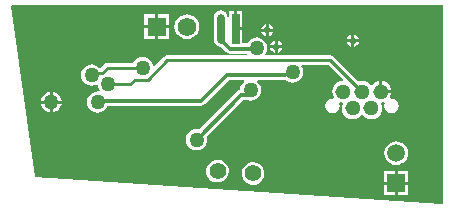
<source format=gtl>
G04*
G04 #@! TF.GenerationSoftware,Altium Limited,Altium Designer,19.1.5 (86)*
G04*
G04 Layer_Physical_Order=1*
G04 Layer_Color=255*
%FSAX24Y24*%
%MOIN*%
G70*
G01*
G75*
%ADD12C,0.0100*%
%ADD24R,0.0250X0.1000*%
%ADD25O,0.0250X0.1000*%
%ADD26C,0.0140*%
%ADD27C,0.0551*%
%ADD28R,0.0620X0.0620*%
%ADD29C,0.0620*%
%ADD30C,0.0591*%
%ADD31R,0.0591X0.0591*%
%ADD32O,0.0512X0.0512*%
%ADD33C,0.0216*%
%ADD34C,0.0500*%
G36*
X017300Y002237D02*
X017263Y002202D01*
X003700Y003100D01*
X002905Y008812D01*
X002938Y008850D01*
X017300D01*
Y002237D01*
D02*
G37*
%LPC*%
G36*
X008181Y008523D02*
X007821D01*
Y008163D01*
X008181D01*
Y008523D01*
D02*
G37*
G36*
X007721D02*
X007361D01*
Y008163D01*
X007721D01*
Y008523D01*
D02*
G37*
G36*
X010625Y008650D02*
X010450D01*
Y008100D01*
X010625D01*
Y008650D01*
D02*
G37*
G36*
X011500Y008202D02*
Y008050D01*
X011652D01*
X011646Y008081D01*
X011600Y008150D01*
X011531Y008196D01*
X011500Y008202D01*
D02*
G37*
G36*
X011400D02*
X011369Y008196D01*
X011300Y008150D01*
X011254Y008081D01*
X011248Y008050D01*
X011400D01*
Y008202D01*
D02*
G37*
G36*
X011652Y007950D02*
X011500D01*
Y007798D01*
X011531Y007804D01*
X011600Y007850D01*
X011646Y007919D01*
X011652Y007950D01*
D02*
G37*
G36*
X011400D02*
X011248D01*
X011254Y007919D01*
X011300Y007850D01*
X011369Y007804D01*
X011400Y007798D01*
Y007950D01*
D02*
G37*
G36*
X008181Y008063D02*
X007821D01*
Y007703D01*
X008181D01*
Y008063D01*
D02*
G37*
G36*
X007721D02*
X007361D01*
Y007703D01*
X007721D01*
Y008063D01*
D02*
G37*
G36*
X014350Y007852D02*
Y007700D01*
X014502D01*
X014496Y007731D01*
X014450Y007800D01*
X014381Y007846D01*
X014350Y007852D01*
D02*
G37*
G36*
X014250D02*
X014219Y007846D01*
X014150Y007800D01*
X014104Y007731D01*
X014098Y007700D01*
X014250D01*
Y007852D01*
D02*
G37*
G36*
X008771Y008526D02*
X008664Y008512D01*
X008564Y008471D01*
X008479Y008405D01*
X008413Y008319D01*
X008372Y008220D01*
X008358Y008113D01*
X008372Y008006D01*
X008413Y007906D01*
X008479Y007820D01*
X008564Y007754D01*
X008664Y007713D01*
X008771Y007699D01*
X008878Y007713D01*
X008978Y007754D01*
X009064Y007820D01*
X009129Y007906D01*
X009171Y008006D01*
X009185Y008113D01*
X009171Y008220D01*
X009129Y008319D01*
X009064Y008405D01*
X008978Y008471D01*
X008878Y008512D01*
X008771Y008526D01*
D02*
G37*
G36*
X011800Y007652D02*
Y007500D01*
X011952D01*
X011946Y007531D01*
X011900Y007600D01*
X011831Y007646D01*
X011800Y007652D01*
D02*
G37*
G36*
X011700D02*
X011669Y007646D01*
X011600Y007600D01*
X011554Y007531D01*
X011548Y007500D01*
X011700D01*
Y007652D01*
D02*
G37*
G36*
X014502Y007600D02*
X014350D01*
Y007448D01*
X014381Y007454D01*
X014450Y007500D01*
X014496Y007569D01*
X014502Y007600D01*
D02*
G37*
G36*
X014250D02*
X014098D01*
X014104Y007569D01*
X014150Y007500D01*
X014219Y007454D01*
X014250Y007448D01*
Y007600D01*
D02*
G37*
G36*
X011952Y007400D02*
X011800D01*
Y007248D01*
X011831Y007254D01*
X011900Y007300D01*
X011946Y007369D01*
X011952Y007400D01*
D02*
G37*
G36*
X011700D02*
X011548D01*
X011554Y007369D01*
X011600Y007300D01*
X011669Y007254D01*
X011700Y007248D01*
Y007400D01*
D02*
G37*
G36*
X009900Y008654D02*
X009812Y008637D01*
X009738Y008587D01*
X009688Y008513D01*
X009671Y008425D01*
Y007675D01*
X009688Y007587D01*
X009738Y007513D01*
X009812Y007463D01*
X009892Y007447D01*
X010082Y007257D01*
X010138Y007220D01*
X010205Y007207D01*
X010205Y007207D01*
X010763D01*
X010765Y007203D01*
X010737Y007153D01*
X008116D01*
X008057Y007141D01*
X008008Y007108D01*
X007693Y006793D01*
X007645Y006809D01*
X007641Y006841D01*
X007606Y006927D01*
X007550Y007000D01*
X007477Y007056D01*
X007391Y007091D01*
X007300Y007103D01*
X007209Y007091D01*
X007123Y007056D01*
X007050Y007000D01*
X006994Y006927D01*
X006985Y006903D01*
X006134D01*
X006076Y006891D01*
X006026Y006858D01*
X005910Y006742D01*
X005854Y006744D01*
X005850Y006750D01*
X005777Y006806D01*
X005691Y006841D01*
X005600Y006853D01*
X005509Y006841D01*
X005423Y006806D01*
X005350Y006750D01*
X005294Y006677D01*
X005259Y006591D01*
X005247Y006500D01*
X005259Y006409D01*
X005294Y006323D01*
X005350Y006250D01*
X005423Y006194D01*
X005509Y006159D01*
X005600Y006147D01*
X005691Y006159D01*
X005749Y006183D01*
X005802Y006156D01*
X005803Y006154D01*
X005809Y006109D01*
X005844Y006023D01*
X005866Y005995D01*
X005839Y005948D01*
X005800Y005953D01*
X005709Y005941D01*
X005623Y005906D01*
X005550Y005850D01*
X005494Y005777D01*
X005459Y005691D01*
X005447Y005600D01*
X005459Y005509D01*
X005494Y005423D01*
X005550Y005350D01*
X005623Y005294D01*
X005709Y005259D01*
X005800Y005247D01*
X005891Y005259D01*
X005977Y005294D01*
X006050Y005350D01*
X006106Y005423D01*
X006128Y005477D01*
X009250D01*
X009316Y005490D01*
X009373Y005527D01*
X010172Y006327D01*
X010669D01*
X010686Y006277D01*
X010650Y006250D01*
X010594Y006177D01*
X010559Y006091D01*
X010547Y006000D01*
X010547Y005998D01*
X010515Y005991D01*
X010459Y005954D01*
X009195Y004690D01*
X009191Y004691D01*
X009100Y004703D01*
X009009Y004691D01*
X008923Y004656D01*
X008850Y004600D01*
X008794Y004527D01*
X008759Y004441D01*
X008747Y004350D01*
X008759Y004259D01*
X008794Y004173D01*
X008850Y004100D01*
X008923Y004044D01*
X009009Y004009D01*
X009100Y003997D01*
X009191Y004009D01*
X009277Y004044D01*
X009350Y004100D01*
X009406Y004173D01*
X009441Y004259D01*
X009453Y004350D01*
X009441Y004441D01*
X009440Y004445D01*
X010653Y005658D01*
X010818D01*
X010900Y005647D01*
X010991Y005659D01*
X011077Y005694D01*
X011150Y005750D01*
X011206Y005823D01*
X011241Y005909D01*
X011253Y006000D01*
X011241Y006091D01*
X011206Y006177D01*
X011150Y006250D01*
X011114Y006277D01*
X011131Y006327D01*
X012038D01*
X012072Y006334D01*
X012123Y006294D01*
X012209Y006259D01*
X012300Y006247D01*
X012391Y006259D01*
X012477Y006294D01*
X012550Y006350D01*
X012606Y006423D01*
X012641Y006509D01*
X012653Y006600D01*
X012641Y006691D01*
X012606Y006777D01*
X012586Y006802D01*
X012608Y006847D01*
X013495D01*
X013990Y006352D01*
X013967Y006304D01*
X013888Y006294D01*
X013802Y006258D01*
X013727Y006201D01*
X013670Y006127D01*
X013634Y006040D01*
X013622Y005947D01*
X013634Y005854D01*
X013670Y005768D01*
X013678Y005758D01*
X013649Y005713D01*
X013627Y005717D01*
X013534Y005699D01*
X013455Y005646D01*
X013403Y005568D01*
X013384Y005475D01*
X013403Y005382D01*
X013455Y005303D01*
X013534Y005251D01*
X013627Y005232D01*
X013720Y005251D01*
X013798Y005303D01*
X013851Y005382D01*
X013869Y005475D01*
X013852Y005561D01*
X013870Y005586D01*
X013889Y005600D01*
X013939Y005594D01*
X013970Y005539D01*
X013949Y005489D01*
X013937Y005396D01*
X013949Y005303D01*
X013985Y005217D01*
X014042Y005142D01*
X014117Y005085D01*
X014203Y005049D01*
X014296Y005037D01*
X014389Y005049D01*
X014476Y005085D01*
X014550Y005142D01*
X014580Y005181D01*
X014643D01*
X014672Y005142D01*
X014747Y005085D01*
X014833Y005049D01*
X014926Y005037D01*
X015019Y005049D01*
X015105Y005085D01*
X015180Y005142D01*
X015237Y005217D01*
X015273Y005303D01*
X015285Y005396D01*
X015273Y005489D01*
X015252Y005539D01*
X015283Y005594D01*
X015333Y005600D01*
X015352Y005586D01*
X015370Y005561D01*
X015353Y005475D01*
X015371Y005382D01*
X015424Y005303D01*
X015502Y005251D01*
X015595Y005232D01*
X015688Y005251D01*
X015767Y005303D01*
X015819Y005382D01*
X015838Y005475D01*
X015819Y005568D01*
X015767Y005646D01*
X015688Y005699D01*
X015595Y005717D01*
X015573Y005713D01*
X015544Y005758D01*
X015552Y005768D01*
X015588Y005854D01*
X015593Y005897D01*
X015241D01*
Y005947D01*
X015191D01*
Y006300D01*
X015148Y006294D01*
X015061Y006258D01*
X014987Y006201D01*
X014957Y006162D01*
X014894D01*
X014865Y006201D01*
X014791Y006258D01*
X014704Y006294D01*
X014611Y006306D01*
X014518Y006294D01*
X014492Y006283D01*
X013666Y007108D01*
X013617Y007141D01*
X013558Y007153D01*
X011408D01*
X011386Y007198D01*
X011406Y007223D01*
X011441Y007309D01*
X011453Y007400D01*
X011441Y007491D01*
X011406Y007577D01*
X011350Y007650D01*
X011277Y007706D01*
X011191Y007741D01*
X011100Y007753D01*
X011009Y007741D01*
X010923Y007706D01*
X010850Y007650D01*
X010794Y007577D01*
X010785Y007553D01*
X010625D01*
Y008000D01*
X010400D01*
Y008050D01*
X010350D01*
Y008650D01*
X010175D01*
Y008452D01*
X010125Y008447D01*
X010112Y008513D01*
X010062Y008587D01*
X009988Y008637D01*
X009900Y008654D01*
D02*
G37*
G36*
X015291Y006300D02*
Y005997D01*
X015593D01*
X015588Y006040D01*
X015552Y006127D01*
X015495Y006201D01*
X015420Y006258D01*
X015334Y006294D01*
X015291Y006300D01*
D02*
G37*
G36*
X004300Y005946D02*
Y005650D01*
X004596D01*
X004591Y005691D01*
X004556Y005777D01*
X004500Y005850D01*
X004427Y005906D01*
X004341Y005941D01*
X004300Y005946D01*
D02*
G37*
G36*
X004200D02*
X004159Y005941D01*
X004073Y005906D01*
X004000Y005850D01*
X003944Y005777D01*
X003909Y005691D01*
X003904Y005650D01*
X004200D01*
Y005946D01*
D02*
G37*
G36*
X004596Y005550D02*
X004300D01*
Y005254D01*
X004341Y005259D01*
X004427Y005294D01*
X004500Y005350D01*
X004556Y005423D01*
X004591Y005509D01*
X004596Y005550D01*
D02*
G37*
G36*
X004200D02*
X003904D01*
X003909Y005509D01*
X003944Y005423D01*
X004000Y005350D01*
X004073Y005294D01*
X004159Y005259D01*
X004200Y005254D01*
Y005550D01*
D02*
G37*
G36*
X015750Y004299D02*
X015647Y004285D01*
X015551Y004245D01*
X015468Y004182D01*
X015405Y004099D01*
X015365Y004003D01*
X015351Y003900D01*
X015365Y003797D01*
X015405Y003701D01*
X015468Y003618D01*
X015551Y003555D01*
X015647Y003515D01*
X015750Y003501D01*
X015853Y003515D01*
X015949Y003555D01*
X016032Y003618D01*
X016095Y003701D01*
X016135Y003797D01*
X016149Y003900D01*
X016135Y004003D01*
X016095Y004099D01*
X016032Y004182D01*
X015949Y004245D01*
X015853Y004285D01*
X015750Y004299D01*
D02*
G37*
G36*
X016145Y003295D02*
X015800D01*
Y002950D01*
X016145D01*
Y003295D01*
D02*
G37*
G36*
X015700D02*
X015355D01*
Y002950D01*
X015700D01*
Y003295D01*
D02*
G37*
G36*
X009825Y003678D02*
X009726Y003672D01*
X009632Y003640D01*
X009550Y003585D01*
X009485Y003510D01*
X009441Y003422D01*
X009422Y003325D01*
X009428Y003226D01*
X009460Y003132D01*
X009515Y003050D01*
X009590Y002985D01*
X009678Y002941D01*
X009775Y002922D01*
X009874Y002928D01*
X009968Y002960D01*
X010050Y003015D01*
X010115Y003090D01*
X010159Y003178D01*
X010178Y003275D01*
X010172Y003374D01*
X010140Y003468D01*
X010085Y003550D01*
X010010Y003615D01*
X009922Y003659D01*
X009825Y003678D01*
D02*
G37*
G36*
X011003Y003601D02*
X010905Y003594D01*
X010811Y003563D01*
X010729Y003508D01*
X010664Y003433D01*
X010620Y003345D01*
X010601Y003248D01*
X010607Y003149D01*
X010639Y003055D01*
X010694Y002973D01*
X010768Y002908D01*
X010857Y002864D01*
X010954Y002845D01*
X011052Y002851D01*
X011146Y002883D01*
X011228Y002938D01*
X011294Y003012D01*
X011337Y003101D01*
X011357Y003198D01*
X011350Y003297D01*
X011318Y003390D01*
X011263Y003473D01*
X011189Y003538D01*
X011100Y003581D01*
X011003Y003601D01*
D02*
G37*
G36*
X016145Y002850D02*
X015800D01*
Y002505D01*
X016145D01*
Y002850D01*
D02*
G37*
G36*
X015700D02*
X015355D01*
Y002505D01*
X015700D01*
Y002850D01*
D02*
G37*
%LPD*%
D12*
X007466Y006350D02*
X008116Y007000D01*
X013558D02*
X014611Y005947D01*
X008116Y007000D02*
X013558D01*
X014611Y005947D02*
X014611D01*
X006150Y006200D02*
X006889D01*
X007039Y006350D01*
X007466D01*
X006134Y006750D02*
X007300D01*
X005961Y006577D02*
X006134Y006750D01*
X005677Y006577D02*
X005961D01*
X005600Y006500D02*
X005677Y006577D01*
D24*
X010400Y008050D02*
D03*
D25*
X009900D02*
D03*
D26*
X005800Y005650D02*
X009250D01*
X005800Y005600D02*
Y005650D01*
X009250D02*
X010100Y006500D01*
X012038D01*
X010900Y005900D02*
Y006000D01*
X010831Y005831D02*
X010900Y005900D01*
X013981Y005947D02*
X013981D01*
X009985Y007600D02*
Y007620D01*
Y007600D02*
X010205Y007380D01*
X011080D02*
X011100Y007400D01*
X010205Y007380D02*
X011080D01*
X009900Y007705D02*
X009985Y007620D01*
X009900Y007705D02*
Y008050D01*
Y008395D01*
X010581Y005831D02*
X010831D01*
X009100Y004350D02*
X010581Y005831D01*
D27*
X010979Y003223D02*
D03*
X009800Y003300D02*
D03*
D28*
X007771Y008113D02*
D03*
D29*
X008771D02*
D03*
D30*
X015750Y003900D02*
D03*
D31*
Y002900D02*
D03*
D32*
X014296Y005396D02*
D03*
X013981Y005947D02*
D03*
X014611D02*
D03*
X015241D02*
D03*
X014926Y005396D02*
D03*
D33*
X011750Y007450D02*
D03*
X011450Y008000D02*
D03*
X014300Y007650D02*
D03*
D34*
X004250Y005600D02*
D03*
X005800D02*
D03*
X012300Y006600D02*
D03*
X010900Y006000D02*
D03*
X006150Y006200D02*
D03*
X007300Y006750D02*
D03*
X005600Y006500D02*
D03*
X011100Y007400D02*
D03*
X009100Y004350D02*
D03*
M02*

</source>
